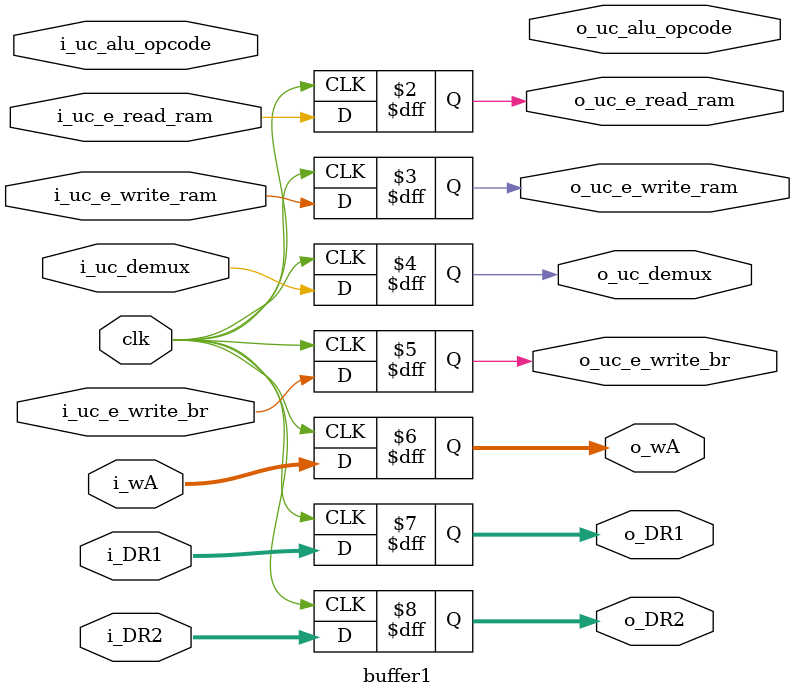
<source format=v>

`timescale 1ns / 1ns

module buffer1
(
	input i_uc_e_read_ram, 			 
	input i_uc_e_write_ram,
	input i_uc_demux,
	input [3:0] i_uc_alu_opcode, 
	input i_uc_e_write_br,
	input [4:0] i_wA,
	input [31:0] i_DR1,
	input [31:0] i_DR2,        
	input clk,
	
	output reg o_uc_e_read_ram, 
	output reg o_uc_e_write_ram,
	output reg o_uc_demux,
	output reg [3:0] o_uc_alu_opcode, 
	output reg o_uc_e_write_br,
	output reg [4:0] o_wA,
	output reg [31:0] o_DR1,
	output reg [31:0] o_DR2
);


always @ (posedge clk) begin
	
	//Envio de señales de habilitacion hacía la memoria RAM
	o_uc_e_read_ram = i_uc_e_read_ram;
	o_uc_e_write_ram = i_uc_e_write_ram;
	
	//Seleccion de operacion para el demultiplexor
	o_uc_demux = i_uc_demux;
	
	//Envio de señales de habilitacion hacia la escritura del BR
	o_uc_e_write_br = i_uc_e_write_br;
	
	//No sé porq se manda a wA pero aqui esta lol
	o_wA = i_wA;
	
	//Salida del dato del registro 1 y 2
	o_DR1= i_DR1;
	o_DR2= i_DR2;
	
	end
endmodule

</source>
